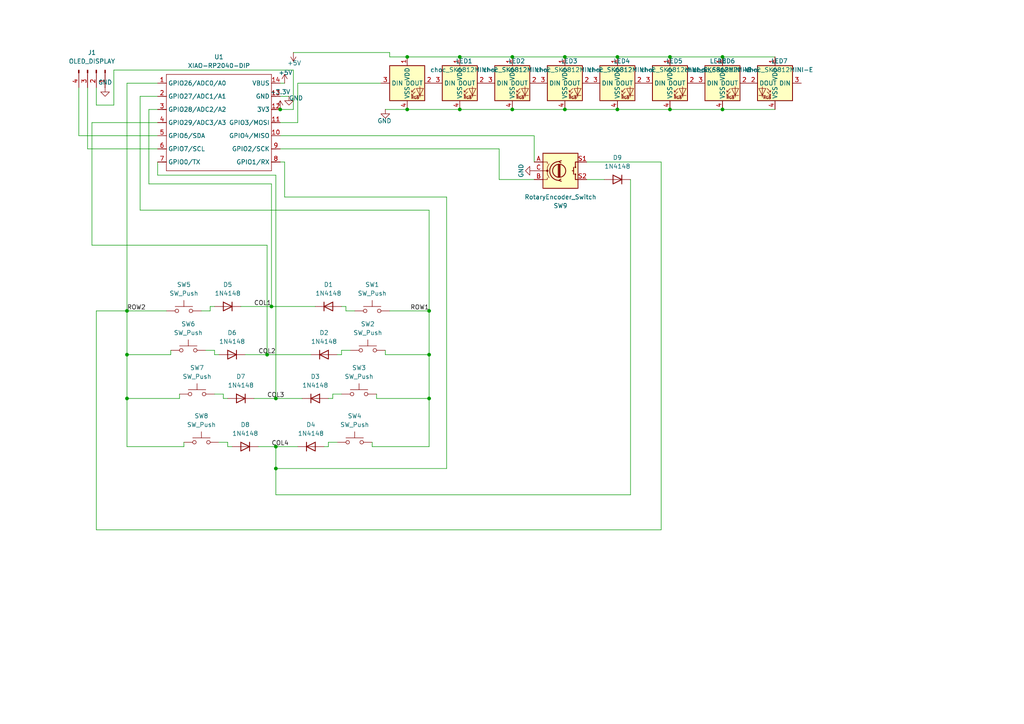
<source format=kicad_sch>
(kicad_sch (version 20250114) (generator "eeschema") (generator_version "9.0")
  (paper "A4")
  (lib_symbols
    (symbol "Connector:Conn_01x04_Pin" (pin_names (offset 1.016) (hide yes))
      (property "Reference" "J" (at 0 5.08 0))
      (property "Value" "Conn_01x04_Pin" (at 0 -7.62 0))
      (symbol "Conn_01x04_Pin_1_1"
        (rectangle (start 0.8636 2.667) (end 0 2.413) (stroke (width 0.1524)) (fill (type outline)))
        (rectangle (start 0.8636 0.127) (end 0 -0.127) (stroke (width 0.1524)) (fill (type outline)))
        (rectangle (start 0.8636 -2.413) (end 0 -2.667) (stroke (width 0.1524)) (fill (type outline)))
        (rectangle (start 0.8636 -4.953) (end 0 -5.207) (stroke (width 0.1524)) (fill (type outline)))
        (polyline (pts (xy 1.27 2.54) (xy 0.8636 2.54)) (stroke (width 0.1524)))
        (polyline (pts (xy 1.27 0) (xy 0.8636 0)) (stroke (width 0.1524)))
        (polyline (pts (xy 1.27 -2.54) (xy 0.8636 -2.54)) (stroke (width 0.1524)))
        (polyline (pts (xy 1.27 -5.08) (xy 0.8636 -5.08)) (stroke (width 0.1524)))
        (pin passive line (at 5.08 2.54 180) (length 3.81) (name "Pin_1") (number "1"))
        (pin passive line (at 5.08 0 180) (length 3.81) (name "Pin_2") (number "2"))
        (pin passive line (at 5.08 -2.54 180) (length 3.81) (name "Pin_3") (number "3"))
        (pin passive line (at 5.08 -5.08 180) (length 3.81) (name "Pin_4") (number "4"))
      )
    )
    (symbol "Device:RotaryEncoder_Switch" (pin_names (offset 0.254) (hide yes))
      (property "Reference" "SW" (at 0 6.604 0))
      (property "Value" "RotaryEncoder_Switch" (at 0 -6.604 0))
      (symbol "RotaryEncoder_Switch_0_1"
        (rectangle (start -5.08 5.08) (end 5.08 -5.08) (stroke (width 0.254)) (fill (type background)))
        (polyline (pts (xy -5.08 2.54) (xy -3.81 2.54) (xy -3.81 2.032)))
        (polyline (pts (xy -5.08 0) (xy -3.81 0) (xy -3.81 -1.016) (xy -3.302 -2.032)))
        (polyline (pts (xy -5.08 -2.54) (xy -3.81 -2.54) (xy -3.81 -2.032)))
        (polyline (pts (xy -4.318 0) (xy -3.81 0) (xy -3.81 1.016) (xy -3.302 2.032)))
        (circle (center -3.81 0) (radius 0.254) (fill (type outline)))
        (polyline (pts (xy -0.635 -1.778) (xy -0.635 1.778)) (stroke (width 0.254)))
        (circle (center -0.381 0) (radius 1.905) (stroke (width 0.254)))
        (polyline (pts (xy -0.381 -1.778) (xy -0.381 1.778)) (stroke (width 0.254)))
        (arc (start -0.381 -2.794) (mid -3.0988 -0.0635) (end -0.381 2.667) (stroke (width 0.254)))
        (polyline (pts (xy -0.127 1.778) (xy -0.127 -1.778)) (stroke (width 0.254)))
        (polyline (pts (xy 0.254 2.921) (xy -0.508 2.667) (xy 0.127 2.286)) (stroke (width 0.254)))
        (polyline (pts (xy 0.254 -3.048) (xy -0.508 -2.794) (xy 0.127 -2.413)) (stroke (width 0.254)))
        (polyline (pts (xy 3.81 1.016) (xy 3.81 -1.016)) (stroke (width 0.254)))
        (polyline (pts (xy 3.81 0) (xy 3.429 0)) (stroke (width 0.254)))
        (circle (center 4.318 1.016) (radius 0.127) (stroke (width 0.254)))
        (circle (center 4.318 -1.016) (radius 0.127) (stroke (width 0.254)))
        (polyline (pts (xy 5.08 2.54) (xy 4.318 2.54) (xy 4.318 1.016)) (stroke (width 0.254)))
        (polyline (pts (xy 5.08 -2.54) (xy 4.318 -2.54) (xy 4.318 -1.016)) (stroke (width 0.254)))
      )
      (symbol "RotaryEncoder_Switch_1_1"
        (pin passive line (at -7.62 2.54 0) (length 2.54) (name "A") (number "A"))
        (pin passive line (at -7.62 0 0) (length 2.54) (name "C") (number "C"))
        (pin passive line (at -7.62 -2.54 0) (length 2.54) (name "B") (number "B"))
        (pin passive line (at 7.62 2.54 180) (length 2.54) (name "S1") (number "S1"))
        (pin passive line (at 7.62 -2.54 180) (length 2.54) (name "S2") (number "S2"))
      )
    )
    (symbol "Diode:1N4148" (pin_numbers (hide yes)) (pin_names (hide yes))
      (property "Reference" "D" (at 0 2.54 0))
      (property "Value" "1N4148" (at 0 -2.54 0))
      (symbol "1N4148_0_1"
        (polyline (pts (xy -1.27 1.27) (xy -1.27 -1.27)) (stroke (width 0.254)))
        (polyline (pts (xy 1.27 1.27) (xy 1.27 -1.27) (xy -1.27 0) (xy 1.27 1.27)) (stroke (width 0.254)))
        (polyline (pts (xy 1.27 0) (xy -1.27 0)))
      )
      (symbol "1N4148_1_1"
        (pin passive line (at -3.81 0 0) (length 2.54) (name "K") (number "1"))
        (pin passive line (at 3.81 0 180) (length 2.54) (name "A") (number "2"))
      )
    )
    (symbol "OPL:XIAO-RP2040-DIP"
      (property "Reference" "U" (at 0 0 0))
      (property "Value" "XIAO-RP2040-DIP" (at 5.334 -1.778 0))
      (symbol "XIAO-RP2040-DIP_1_0"
        (polyline (pts (xy -1.27 -2.54) (xy 29.21 -2.54)) (stroke (width 0.1524)))
        (polyline (pts (xy -1.27 -5.08) (xy -2.54 -5.08)) (stroke (width 0.1524)))
        (polyline (pts (xy -1.27 -5.08) (xy -1.27 -2.54)) (stroke (width 0.1524)))
        (polyline (pts (xy -1.27 -8.89) (xy -2.54 -8.89)) (stroke (width 0.1524)))
        (polyline (pts (xy -1.27 -8.89) (xy -1.27 -5.08)) (stroke (width 0.1524)))
        (polyline (pts (xy -1.27 -12.7) (xy -2.54 -12.7)) (stroke (width 0.1524)))
        (polyline (pts (xy -1.27 -12.7) (xy -1.27 -8.89)) (stroke (width 0.1524)))
        (polyline (pts (xy -1.27 -16.51) (xy -2.54 -16.51)) (stroke (width 0.1524)))
        (polyline (pts (xy -1.27 -16.51) (xy -1.27 -12.7)) (stroke (width 0.1524)))
        (polyline (pts (xy -1.27 -20.32) (xy -2.54 -20.32)) (stroke (width 0.1524)))
        (polyline (pts (xy -1.27 -24.13) (xy -2.54 -24.13)) (stroke (width 0.1524)))
        (polyline (pts (xy -1.27 -27.94) (xy -2.54 -27.94)) (stroke (width 0.1524)))
        (polyline (pts (xy -1.27 -30.48) (xy -1.27 -16.51)) (stroke (width 0.1524)))
        (polyline (pts (xy 29.21 -2.54) (xy 29.21 -5.08)) (stroke (width 0.1524)))
        (polyline (pts (xy 29.21 -5.08) (xy 29.21 -8.89)) (stroke (width 0.1524)))
        (polyline (pts (xy 29.21 -8.89) (xy 29.21 -12.7)) (stroke (width 0.1524)))
        (polyline (pts (xy 29.21 -12.7) (xy 29.21 -30.48)) (stroke (width 0.1524)))
        (polyline (pts (xy 29.21 -30.48) (xy -1.27 -30.48)) (stroke (width 0.1524)))
        (polyline (pts (xy 30.48 -5.08) (xy 29.21 -5.08)) (stroke (width 0.1524)))
        (polyline (pts (xy 30.48 -8.89) (xy 29.21 -8.89)) (stroke (width 0.1524)))
        (polyline (pts (xy 30.48 -12.7) (xy 29.21 -12.7)) (stroke (width 0.1524)))
        (polyline (pts (xy 30.48 -16.51) (xy 29.21 -16.51)) (stroke (width 0.1524)))
        (polyline (pts (xy 30.48 -20.32) (xy 29.21 -20.32)) (stroke (width 0.1524)))
        (polyline (pts (xy 30.48 -24.13) (xy 29.21 -24.13)) (stroke (width 0.1524)))
        (polyline (pts (xy 30.48 -27.94) (xy 29.21 -27.94)) (stroke (width 0.1524)))
        (pin passive line (at -3.81 -5.08 0) (length 2.54) (name "GPIO26/ADC0/A0") (number "1"))
        (pin passive line (at -3.81 -8.89 0) (length 2.54) (name "GPIO27/ADC1/A1") (number "2"))
        (pin passive line (at -3.81 -12.7 0) (length 2.54) (name "GPIO28/ADC2/A2") (number "3"))
        (pin passive line (at -3.81 -16.51 0) (length 2.54) (name "GPIO29/ADC3/A3") (number "4"))
        (pin passive line (at -3.81 -20.32 0) (length 2.54) (name "GPIO6/SDA") (number "5"))
        (pin passive line (at -3.81 -24.13 0) (length 2.54) (name "GPIO7/SCL") (number "6"))
        (pin passive line (at -3.81 -27.94 0) (length 2.54) (name "GPIO0/TX") (number "7"))
        (pin passive line (at 31.75 -5.08 180) (length 2.54) (name "VBUS") (number "14"))
        (pin passive line (at 31.75 -8.89 180) (length 2.54) (name "GND") (number "13"))
        (pin passive line (at 31.75 -12.7 180) (length 2.54) (name "3V3") (number "12"))
        (pin passive line (at 31.75 -16.51 180) (length 2.54) (name "GPIO3/MOSI") (number "11"))
        (pin passive line (at 31.75 -20.32 180) (length 2.54) (name "GPIO4/MISO") (number "10"))
        (pin passive line (at 31.75 -24.13 180) (length 2.54) (name "GPIO2/SCK") (number "9"))
        (pin passive line (at 31.75 -27.94 180) (length 2.54) (name "GPIO1/RX") (number "8"))
      )
    )
    (symbol "PCM_marbastlib-choc:choc_SK6812MINI-E"
      (property "Reference" "LED" (at 2.54 6.35 0))
      (property "Value" "choc_SK6812MINI-E" (at 10.795 -6.35 0))
      (symbol "choc_SK6812MINI-E_0_0"
        (text "RGB" (at 2.286 -4.191 0) (effects (font (size 0.762 0.762))))
      )
      (symbol "choc_SK6812MINI-E_0_1"
        (rectangle (start -5.08 5.08) (end 5.08 -5.08) (stroke (width 0.254)) (fill (type background)))
        (polyline (pts (xy 1.27 -2.54) (xy 1.778 -2.54)))
        (polyline (pts (xy 1.27 -3.556) (xy 1.778 -3.556)))
        (polyline (pts (xy 2.286 -1.524) (xy 1.27 -2.54) (xy 1.27 -2.032)))
        (polyline (pts (xy 2.286 -2.54) (xy 1.27 -3.556) (xy 1.27 -3.048)))
        (polyline (pts (xy 3.683 -1.016) (xy 3.683 -3.556) (xy 3.683 -4.064)))
        (polyline (pts (xy 4.699 -1.524) (xy 2.667 -1.524) (xy 3.683 -3.556) (xy 4.699 -1.524)))
        (polyline (pts (xy 4.699 -3.556) (xy 2.667 -3.556)))
      )
      (symbol "choc_SK6812MINI-E_1_1"
        (pin input line (at -7.62 0 0) (length 2.54) (name "DIN") (number "3"))
        (pin power_in line (at 0 7.62 270) (length 2.54) (name "VDD") (number "1"))
        (pin power_in line (at 0 -7.62 90) (length 2.54) (name "VSS") (number "4"))
        (pin output line (at 7.62 0 180) (length 2.54) (name "DOUT") (number "2"))
      )
    )
    (symbol "Switch:SW_Push" (pin_numbers (hide yes)) (pin_names (offset 1.016) (hide yes))
      (property "Reference" "SW" (at 1.27 2.54 0))
      (property "Value" "SW_Push" (at 0 -1.524 0))
      (symbol "SW_Push_0_1"
        (circle (center -2.032 0) (radius 0.508))
        (polyline (pts (xy 0 1.27) (xy 0 3.048)))
        (circle (center 2.032 0) (radius 0.508))
        (polyline (pts (xy 2.54 1.27) (xy -2.54 1.27)))
        (pin passive line (at -5.08 0 0) (length 2.54) (name "1") (number "1"))
        (pin passive line (at 5.08 0 180) (length 2.54) (name "2") (number "2"))
      )
    )
    (symbol "power:+3.3V" (power) (pin_numbers (hide yes)) (pin_names (offset 0) (hide yes))
      (property "Value" "+3.3V" (at 0 3.556 0))
      (symbol "+3.3V_0_1"
        (polyline (pts (xy -0.762 1.27) (xy 0 2.54)))
        (polyline (pts (xy 0 2.54) (xy 0.762 1.27)))
        (polyline (pts (xy 0 0) (xy 0 2.54)))
      )
      (symbol "+3.3V_1_1"
        (pin power_in line (at 0 0 90) (length 0) (name "~") (number "1"))
      )
    )
    (symbol "power:+5V" (power) (pin_numbers (hide yes)) (pin_names (offset 0) (hide yes))
      (property "Value" "+5V" (at 0 3.556 0))
      (symbol "+5V_0_1"
        (polyline (pts (xy -0.762 1.27) (xy 0 2.54)))
        (polyline (pts (xy 0 2.54) (xy 0.762 1.27)))
        (polyline (pts (xy 0 0) (xy 0 2.54)))
      )
      (symbol "+5V_1_1"
        (pin power_in line (at 0 0 90) (length 0) (name "~") (number "1"))
      )
    )
    (symbol "power:GND" (power) (pin_numbers (hide yes)) (pin_names (offset 0) (hide yes))
      (property "Value" "GND" (at 0 -3.81 0))
      (symbol "GND_0_1"
        (polyline (pts (xy 0 0) (xy 0 -1.27) (xy 1.27 -1.27) (xy 0 -2.54) (xy -1.27 -1.27) (xy 0 -1.27)))
      )
      (symbol "GND_1_1"
        (pin power_in line (at 0 0 270) (length 0) (name "~") (number "1"))
      )
    )
  )
  (junction (at 179.07 16.51))
  (junction (at 194.31 16.51))
  (junction (at 124.46 90.17))
  (junction (at 81.28 31.75))
  (junction (at 209.55 31.75))
  (junction (at 163.83 16.51))
  (junction (at 194.31 31.75))
  (junction (at 163.83 31.75))
  (junction (at 179.07 31.75))
  (junction (at 80.01 115.57))
  (junction (at 36.83 102.87))
  (junction (at 80.01 135.89))
  (junction (at 133.35 16.51))
  (junction (at 148.59 16.51))
  (junction (at 36.83 90.17))
  (junction (at 124.46 102.87))
  (junction (at 133.35 31.75))
  (junction (at 124.46 115.57))
  (junction (at 78.74 88.9))
  (junction (at 77.47 102.87))
  (junction (at 148.59 31.75))
  (junction (at 36.83 115.57))
  (junction (at 209.55 16.51))
  (junction (at 118.11 16.51))
  (junction (at 80.01 129.54))
  (junction (at 118.11 31.75))
  (wire (pts (xy 43.18 31.75) (xy 45.72 31.75)))
  (wire (pts (xy 80.01 135.89) (xy 80.01 143.51)))
  (wire (pts (xy 81.28 35.56) (xy 86.36 35.56)))
  (wire (pts (xy 62.23 102.87) (xy 63.5 102.87)))
  (wire (pts (xy 209.55 31.75) (xy 224.79 31.75)))
  (wire (pts (xy 27.94 153.67) (xy 191.77 153.67)))
  (wire (pts (xy 95.25 129.54) (xy 93.98 129.54)))
  (wire (pts (xy 99.06 101.6) (xy 99.06 102.87)))
  (wire (pts (xy 82.55 24.13) (xy 81.28 24.13)))
  (wire (pts (xy 107.95 129.54) (xy 107.95 128.27)))
  (wire (pts (xy 36.83 90.17) (xy 48.26 90.17)))
  (wire (pts (xy 33.02 30.48) (xy 33.02 20.32)))
  (wire (pts (xy 52.07 115.57) (xy 52.07 114.3)))
  (wire (pts (xy 73.66 115.57) (xy 80.01 115.57)))
  (wire (pts (xy 85.09 20.32) (xy 85.09 31.75)))
  (wire (pts (xy 25.4 43.18) (xy 45.72 43.18)))
  (wire (pts (xy 209.55 16.51) (xy 224.79 16.51)))
  (wire (pts (xy 124.46 115.57) (xy 124.46 102.87)))
  (wire (pts (xy 36.83 129.54) (xy 53.34 129.54)))
  (wire (pts (xy 101.6 101.6) (xy 99.06 101.6)))
  (wire (pts (xy 62.23 101.6) (xy 62.23 102.87)))
  (wire (pts (xy 191.77 153.67) (xy 191.77 46.99)))
  (wire (pts (xy 40.64 27.94) (xy 45.72 27.94)))
  (wire (pts (xy 124.46 129.54) (xy 107.95 129.54)))
  (wire (pts (xy 43.18 53.34) (xy 43.18 31.75)))
  (wire (pts (xy 80.01 115.57) (xy 87.63 115.57)))
  (wire (pts (xy 102.87 90.17) (xy 100.33 90.17)))
  (wire (pts (xy 182.88 143.51) (xy 80.01 143.51)))
  (wire (pts (xy 96.52 115.57) (xy 95.25 115.57)))
  (wire (pts (xy 97.79 128.27) (xy 95.25 128.27)))
  (wire (pts (xy 82.55 46.99) (xy 81.28 46.99)))
  (wire (pts (xy 27.94 30.48) (xy 33.02 30.48)))
  (wire (pts (xy 78.74 88.9) (xy 91.44 88.9)))
  (wire (pts (xy 113.03 16.51) (xy 118.11 16.51)))
  (wire (pts (xy 62.23 114.3) (xy 64.77 114.3)))
  (wire (pts (xy 66.04 129.54) (xy 67.31 129.54)))
  (wire (pts (xy 80.01 50.8) (xy 45.72 50.8)))
  (wire (pts (xy 26.67 35.56) (xy 26.67 71.12)))
  (wire (pts (xy 64.77 114.3) (xy 64.77 115.57)))
  (wire (pts (xy 25.4 43.18) (xy 25.4 25.4)))
  (wire (pts (xy 80.01 50.8) (xy 80.01 115.57)))
  (wire (pts (xy 194.31 16.51) (xy 209.55 16.51)))
  (wire (pts (xy 78.74 88.9) (xy 78.74 53.34)))
  (wire (pts (xy 124.46 60.96) (xy 40.64 60.96)))
  (wire (pts (xy 78.74 53.34) (xy 43.18 53.34)))
  (wire (pts (xy 49.53 102.87) (xy 49.53 101.6)))
  (wire (pts (xy 129.54 135.89) (xy 129.54 57.15)))
  (wire (pts (xy 124.46 102.87) (xy 111.76 102.87)))
  (wire (pts (xy 182.88 52.07) (xy 182.88 143.51)))
  (wire (pts (xy 82.55 46.99) (xy 82.55 57.15)))
  (wire (pts (xy 113.03 16.51) (xy 113.03 15.24)))
  (wire (pts (xy 36.83 102.87) (xy 36.83 90.17)))
  (wire (pts (xy 22.86 25.4) (xy 22.86 39.37)))
  (wire (pts (xy 96.52 114.3) (xy 96.52 115.57)))
  (wire (pts (xy 36.83 90.17) (xy 36.83 24.13)))
  (wire (pts (xy 77.47 102.87) (xy 90.17 102.87)))
  (wire (pts (xy 111.76 31.75) (xy 118.11 31.75)))
  (wire (pts (xy 86.36 24.13) (xy 110.49 24.13)))
  (wire (pts (xy 163.83 31.75) (xy 179.07 31.75)))
  (wire (pts (xy 26.67 35.56) (xy 45.72 35.56)))
  (wire (pts (xy 124.46 90.17) (xy 124.46 60.96)))
  (wire (pts (xy 80.01 129.54) (xy 86.36 129.54)))
  (wire (pts (xy 124.46 90.17) (xy 113.03 90.17)))
  (wire (pts (xy 36.83 129.54) (xy 36.83 115.57)))
  (wire (pts (xy 22.86 39.37) (xy 45.72 39.37)))
  (wire (pts (xy 118.11 16.51) (xy 133.35 16.51)))
  (wire (pts (xy 36.83 115.57) (xy 36.83 102.87)))
  (wire (pts (xy 99.06 102.87) (xy 97.79 102.87)))
  (wire (pts (xy 133.35 16.51) (xy 148.59 16.51)))
  (wire (pts (xy 81.28 27.94) (xy 83.82 27.94)))
  (wire (pts (xy 74.93 129.54) (xy 80.01 129.54)))
  (wire (pts (xy 81.28 43.18) (xy 144.78 43.18)))
  (wire (pts (xy 163.83 16.51) (xy 179.07 16.51)))
  (wire (pts (xy 124.46 115.57) (xy 109.22 115.57)))
  (wire (pts (xy 80.01 135.89) (xy 129.54 135.89)))
  (wire (pts (xy 81.28 31.75) (xy 85.09 31.75)))
  (wire (pts (xy 95.25 128.27) (xy 95.25 129.54)))
  (wire (pts (xy 111.76 102.87) (xy 111.76 101.6)))
  (wire (pts (xy 179.07 16.51) (xy 194.31 16.51)))
  (wire (pts (xy 100.33 88.9) (xy 100.33 90.17)))
  (wire (pts (xy 69.85 88.9) (xy 78.74 88.9)))
  (wire (pts (xy 59.69 101.6) (xy 62.23 101.6)))
  (wire (pts (xy 58.42 90.17) (xy 60.96 90.17)))
  (wire (pts (xy 194.31 31.75) (xy 209.55 31.75)))
  (wire (pts (xy 36.83 24.13) (xy 45.72 24.13)))
  (wire (pts (xy 66.04 128.27) (xy 66.04 129.54)))
  (wire (pts (xy 124.46 129.54) (xy 124.46 115.57)))
  (wire (pts (xy 86.36 35.56) (xy 86.36 24.13)))
  (wire (pts (xy 77.47 71.12) (xy 77.47 102.87)))
  (wire (pts (xy 40.64 60.96) (xy 40.64 27.94)))
  (wire (pts (xy 26.67 71.12) (xy 77.47 71.12)))
  (wire (pts (xy 179.07 31.75) (xy 194.31 31.75)))
  (wire (pts (xy 53.34 129.54) (xy 53.34 128.27)))
  (wire (pts (xy 33.02 20.32) (xy 85.09 20.32)))
  (wire (pts (xy 27.94 25.4) (xy 27.94 30.48)))
  (wire (pts (xy 113.03 15.24) (xy 85.09 15.24)))
  (wire (pts (xy 64.77 115.57) (xy 66.04 115.57)))
  (wire (pts (xy 80.01 129.54) (xy 80.01 135.89)))
  (wire (pts (xy 63.5 128.27) (xy 66.04 128.27)))
  (wire (pts (xy 36.83 90.17) (xy 27.94 90.17)))
  (wire (pts (xy 154.94 39.37) (xy 154.94 46.99)))
  (wire (pts (xy 99.06 114.3) (xy 96.52 114.3)))
  (wire (pts (xy 82.55 57.15) (xy 129.54 57.15)))
  (wire (pts (xy 45.72 50.8) (xy 45.72 46.99)))
  (wire (pts (xy 71.12 102.87) (xy 77.47 102.87)))
  (wire (pts (xy 170.18 52.07) (xy 175.26 52.07)))
  (wire (pts (xy 148.59 16.51) (xy 163.83 16.51)))
  (wire (pts (xy 109.22 115.57) (xy 109.22 114.3)))
  (wire (pts (xy 144.78 43.18) (xy 144.78 52.07)))
  (wire (pts (xy 36.83 102.87) (xy 49.53 102.87)))
  (wire (pts (xy 118.11 31.75) (xy 133.35 31.75)))
  (wire (pts (xy 60.96 88.9) (xy 60.96 90.17)))
  (wire (pts (xy 36.83 115.57) (xy 52.07 115.57)))
  (wire (pts (xy 144.78 52.07) (xy 154.94 52.07)))
  (wire (pts (xy 100.33 88.9) (xy 99.06 88.9)))
  (wire (pts (xy 60.96 88.9) (xy 62.23 88.9)))
  (wire (pts (xy 133.35 31.75) (xy 148.59 31.75)))
  (wire (pts (xy 191.77 46.99) (xy 170.18 46.99)))
  (wire (pts (xy 124.46 102.87) (xy 124.46 90.17)))
  (wire (pts (xy 27.94 90.17) (xy 27.94 153.67)))
  (wire (pts (xy 81.28 39.37) (xy 154.94 39.37)))
  (wire (pts (xy 148.59 31.75) (xy 163.83 31.75)))
  (label "COL2" (at 74.93 102.87 0))
  (label "COL3" (at 77.47 115.57 0))
  (label "COL1" (at 73.66 88.9 0))
  (label "COL4" (at 78.74 129.54 0))
  (label "ROW2" (at 36.83 90.17 0))
  (label "ROW1" (at 124.46 90.17 180))
  (symbol (lib_id "Diode:1N4148") (at 90.17 129.54 0) (unit 1)
    (property "Reference" "D4" (at 90.17 123.19 0))
    (property "Value" "1N4148" (at 90.17 125.73 0))
    (property "Footprint" "Diode_THT:D_DO-35_SOD27_P7.62mm_Horizontal" (effects (hide yes)))
    (property "Datasheet" "https://assets.nexperia.com/documents/data-sheet/1N4148_1N4448.pdf" (effects (hide yes)))
    (property "Description" "100V 0.15A standard switching diode, DO-35" (effects (hide yes)))
    (property "Sim.Device" "D" (effects (hide yes)))
    (property "Sim.Pins" "1=K 2=A" (effects (hide yes)))
  )
  (symbol (lib_id "Diode:1N4148") (at 71.12 129.54 0) (mirror y) (unit 1)
    (property "Reference" "D8" (at 71.12 123.19 0))
    (property "Value" "1N4148" (at 71.12 125.73 0))
    (property "Footprint" "Diode_THT:D_DO-35_SOD27_P7.62mm_Horizontal" (effects (hide yes)))
    (property "Datasheet" "https://assets.nexperia.com/documents/data-sheet/1N4148_1N4448.pdf" (effects (hide yes)))
    (property "Description" "100V 0.15A standard switching diode, DO-35" (effects (hide yes)))
    (property "Sim.Device" "D" (effects (hide yes)))
    (property "Sim.Pins" "1=K 2=A" (effects (hide yes)))
  )
  (symbol (lib_id "power:GND") (at 111.76 31.75 0) (unit 1)
    (property "Reference" "#PWR05" (effects (hide yes)))
    (property "Value" "GND" (at 111.506 35.052 0))
    (property "Description" "Power symbol creates a global label with name \"GND\" , ground" (effects (hide yes)))
  )
  (symbol (lib_id "power:GND") (at 154.94 49.53 270) (mirror x) (unit 1)
    (property "Reference" "#PWR03" (effects (hide yes)))
    (property "Value" "GND" (at 151.13 49.53 0))
    (property "Description" "Power symbol creates a global label with name \"GND\" , ground" (effects (hide yes)))
  )
  (symbol (lib_id "PCM_marbastlib-choc:choc_SK6812MINI-E") (at 194.31 24.13 0) (unit 1)
    (property "Reference" "LED6" (at 210.82 17.7098 0))
    (property "Value" "choc_SK6812MINI-E" (at 210.82 20.2498 0))
    (property "Footprint" "LED_SMD:LED_SK6812MINI_PLCC4_3.5x3.5mm_P1.75mm" (effects (hide yes)))
    (property "Description" "Reverse mount adressable LED (WS2812 protocol)" (effects (hide yes)))
  )
  (symbol (lib_id "power:GND") (at 83.82 27.94 0) (unit 1)
    (property "Reference" "#PWR01" (effects (hide yes)))
    (property "Value" "GND" (at 85.852 28.448 0))
    (property "Description" "Power symbol creates a global label with name \"GND\" , ground" (effects (hide yes)))
  )
  (symbol (lib_id "power:+3.3V") (at 81.28 31.75 0) (unit 1)
    (property "Reference" "#PWR07" (effects (hide yes)))
    (property "Value" "+3.3V" (at 81.28 26.67 0))
    (property "Description" "Power symbol creates a global label with name \"+3.3V\"" (effects (hide yes)))
  )
  (symbol (lib_id "Switch:SW_Push") (at 102.87 128.27 0) (mirror y) (unit 1)
    (property "Reference" "SW4" (at 102.87 120.65 0))
    (property "Value" "SW_Push" (at 102.87 123.19 0))
    (property "Footprint" "Button_Switch_Keyboard:SW_Cherry_MX_1.00u_PCB" (effects (hide yes)))
    (property "Description" "Push button switch, generic, two pins" (effects (hide yes)))
  )
  (symbol (lib_id "PCM_marbastlib-choc:choc_SK6812MINI-E") (at 163.83 24.13 0) (unit 1)
    (property "Reference" "LED4" (at 180.34 17.7098 0))
    (property "Value" "choc_SK6812MINI-E" (at 180.34 20.2498 0))
    (property "Footprint" "LED_SMD:LED_SK6812MINI_PLCC4_3.5x3.5mm_P1.75mm" (effects (hide yes)))
    (property "Description" "Reverse mount adressable LED (WS2812 protocol)" (effects (hide yes)))
  )
  (symbol (lib_id "Diode:1N4148") (at 95.25 88.9 0) (unit 1)
    (property "Reference" "D1" (at 95.25 82.55 0))
    (property "Value" "1N4148" (at 95.25 85.09 0))
    (property "Footprint" "Diode_THT:D_DO-35_SOD27_P7.62mm_Horizontal" (effects (hide yes)))
    (property "Datasheet" "https://assets.nexperia.com/documents/data-sheet/1N4148_1N4448.pdf" (effects (hide yes)))
    (property "Description" "100V 0.15A standard switching diode, DO-35" (effects (hide yes)))
    (property "Sim.Device" "D" (effects (hide yes)))
    (property "Sim.Pins" "1=K 2=A" (effects (hide yes)))
  )
  (symbol (lib_id "Switch:SW_Push") (at 58.42 128.27 0) (unit 1)
    (property "Reference" "SW8" (at 58.42 120.65 0))
    (property "Value" "SW_Push" (at 58.42 123.19 0))
    (property "Footprint" "Button_Switch_Keyboard:SW_Cherry_MX_1.00u_PCB" (effects (hide yes)))
    (property "Description" "Push button switch, generic, two pins" (effects (hide yes)))
  )
  (symbol (lib_id "Diode:1N4148") (at 66.04 88.9 0) (mirror y) (unit 1)
    (property "Reference" "D5" (at 66.04 82.55 0))
    (property "Value" "1N4148" (at 66.04 85.09 0))
    (property "Footprint" "Diode_THT:D_DO-35_SOD27_P7.62mm_Horizontal" (effects (hide yes)))
    (property "Datasheet" "https://assets.nexperia.com/documents/data-sheet/1N4148_1N4448.pdf" (effects (hide yes)))
    (property "Description" "100V 0.15A standard switching diode, DO-35" (effects (hide yes)))
    (property "Sim.Device" "D" (effects (hide yes)))
    (property "Sim.Pins" "1=K 2=A" (effects (hide yes)))
  )
  (symbol (lib_id "Diode:1N4148") (at 69.85 115.57 0) (mirror y) (unit 1)
    (property "Reference" "D7" (at 69.85 109.22 0))
    (property "Value" "1N4148" (at 69.85 111.76 0))
    (property "Footprint" "Diode_THT:D_DO-35_SOD27_P7.62mm_Horizontal" (effects (hide yes)))
    (property "Datasheet" "https://assets.nexperia.com/documents/data-sheet/1N4148_1N4448.pdf" (effects (hide yes)))
    (property "Description" "100V 0.15A standard switching diode, DO-35" (effects (hide yes)))
    (property "Sim.Device" "D" (effects (hide yes)))
    (property "Sim.Pins" "1=K 2=A" (effects (hide yes)))
  )
  (symbol (lib_id "power:+5V") (at 82.55 24.13 0) (unit 1)
    (property "Reference" "#PWR02" (effects (hide yes)))
    (property "Value" "+5V" (at 82.804 21.082 0))
    (property "Description" "Power symbol creates a global label with name \"+5V\"" (effects (hide yes)))
  )
  (symbol (lib_id "Switch:SW_Push") (at 53.34 90.17 0) (unit 1)
    (property "Reference" "SW5" (at 53.34 82.55 0))
    (property "Value" "SW_Push" (at 53.34 85.09 0))
    (property "Footprint" "Button_Switch_Keyboard:SW_Cherry_MX_1.00u_PCB" (effects (hide yes)))
    (property "Description" "Push button switch, generic, two pins" (effects (hide yes)))
  )
  (symbol (lib_id "Connector:Conn_01x04_Pin") (at 27.94 20.32 270) (unit 1)
    (property "Reference" "J1" (at 26.67 15.24 90))
    (property "Value" "OLED_DISPLAY" (at 26.67 17.78 90))
    (property "Footprint" "Connector_PinHeader_2.54mm:PinHeader_1x04_P2.54mm_Vertical" (effects (hide yes)))
    (property "Description" "Generic connector, single row, 01x04, script generated" (effects (hide yes)))
  )
  (symbol (lib_id "PCM_marbastlib-choc:choc_SK6812MINI-E") (at 118.11 24.13 0) (unit 1)
    (property "Reference" "LED1" (at 134.62 17.7098 0))
    (property "Value" "choc_SK6812MINI-E" (at 134.62 20.2498 0))
    (property "Footprint" "LED_SMD:LED_SK6812MINI_PLCC4_3.5x3.5mm_P1.75mm" (effects (hide yes)))
    (property "Description" "Reverse mount adressable LED (WS2812 protocol)" (effects (hide yes)))
  )
  (symbol (lib_id "Diode:1N4148") (at 67.31 102.87 0) (mirror y) (unit 1)
    (property "Reference" "D6" (at 67.31 96.52 0))
    (property "Value" "1N4148" (at 67.31 99.06 0))
    (property "Footprint" "Diode_THT:D_DO-35_SOD27_P7.62mm_Horizontal" (effects (hide yes)))
    (property "Datasheet" "https://assets.nexperia.com/documents/data-sheet/1N4148_1N4448.pdf" (effects (hide yes)))
    (property "Description" "100V 0.15A standard switching diode, DO-35" (effects (hide yes)))
    (property "Sim.Device" "D" (effects (hide yes)))
    (property "Sim.Pins" "1=K 2=A" (effects (hide yes)))
  )
  (symbol (lib_id "Diode:1N4148") (at 179.07 52.07 0) (mirror y) (unit 1)
    (property "Reference" "D9" (at 179.07 45.72 0))
    (property "Value" "1N4148" (at 179.07 48.26 0))
    (property "Footprint" "Diode_THT:D_DO-35_SOD27_P7.62mm_Horizontal" (effects (hide yes)))
    (property "Datasheet" "https://assets.nexperia.com/documents/data-sheet/1N4148_1N4448.pdf" (effects (hide yes)))
    (property "Description" "100V 0.15A standard switching diode, DO-35" (effects (hide yes)))
    (property "Sim.Device" "D" (effects (hide yes)))
    (property "Sim.Pins" "1=K 2=A" (effects (hide yes)))
  )
  (symbol (lib_id "PCM_marbastlib-choc:choc_SK6812MINI-E") (at 179.07 24.13 0) (unit 1)
    (property "Reference" "LED5" (at 195.58 17.7098 0))
    (property "Value" "choc_SK6812MINI-E" (at 195.58 20.2498 0))
    (property "Footprint" "LED_SMD:LED_SK6812MINI_PLCC4_3.5x3.5mm_P1.75mm" (effects (hide yes)))
    (property "Description" "Reverse mount adressable LED (WS2812 protocol)" (effects (hide yes)))
  )
  (symbol (lib_id "Device:RotaryEncoder_Switch") (at 162.56 49.53 0) (unit 1)
    (property "Reference" "SW9" (at 162.56 59.69 0))
    (property "Value" "RotaryEncoder_Switch" (at 162.56 57.15 0))
    (property "Footprint" "Rotary_Encoder:RotaryEncoder_Alps_EC11E-Switch_Vertical_H20mm" (effects (hide yes)))
    (property "Description" "Rotary encoder, dual channel, incremental quadrate outputs, with switch" (effects (hide yes)))
  )
  (symbol (lib_id "Switch:SW_Push") (at 57.15 114.3 0) (unit 1)
    (property "Reference" "SW7" (at 57.15 106.68 0))
    (property "Value" "SW_Push" (at 57.15 109.22 0))
    (property "Footprint" "Button_Switch_Keyboard:SW_Cherry_MX_1.00u_PCB" (effects (hide yes)))
    (property "Description" "Push button switch, generic, two pins" (effects (hide yes)))
  )
  (symbol (lib_id "PCM_marbastlib-choc:choc_SK6812MINI-E") (at 224.79 24.13 0) (mirror y) (unit 1)
    (property "Reference" "LED8" (at 208.28 17.7098 0))
    (property "Value" "choc_SK6812MINI-E" (at 208.28 20.2498 0))
    (property "Footprint" "LED_SMD:LED_SK6812MINI_PLCC4_3.5x3.5mm_P1.75mm" (effects (hide yes)))
    (property "Description" "Reverse mount adressable LED (WS2812 protocol)" (effects (hide yes)))
  )
  (symbol (lib_id "PCM_marbastlib-choc:choc_SK6812MINI-E") (at 209.55 24.13 0) (unit 1)
    (property "Reference" "LED7" (at 226.06 17.7098 0))
    (property "Value" "choc_SK6812MINI-E" (at 226.06 20.2498 0))
    (property "Footprint" "LED_SMD:LED_SK6812MINI_PLCC4_3.5x3.5mm_P1.75mm" (effects (hide yes)))
    (property "Description" "Reverse mount adressable LED (WS2812 protocol)" (effects (hide yes)))
  )
  (symbol (lib_id "PCM_marbastlib-choc:choc_SK6812MINI-E") (at 133.35 24.13 0) (unit 1)
    (property "Reference" "LED2" (at 149.86 17.7098 0))
    (property "Value" "choc_SK6812MINI-E" (at 149.86 20.2498 0))
    (property "Footprint" "LED_SMD:LED_SK6812MINI_PLCC4_3.5x3.5mm_P1.75mm" (effects (hide yes)))
    (property "Description" "Reverse mount adressable LED (WS2812 protocol)" (effects (hide yes)))
  )
  (symbol (lib_id "Switch:SW_Push") (at 104.14 114.3 0) (mirror y) (unit 1)
    (property "Reference" "SW3" (at 104.14 106.68 0))
    (property "Value" "SW_Push" (at 104.14 109.22 0))
    (property "Footprint" "Button_Switch_Keyboard:SW_Cherry_MX_1.00u_PCB" (effects (hide yes)))
    (property "Description" "Push button switch, generic, two pins" (effects (hide yes)))
  )
  (symbol (lib_id "OPL:XIAO-RP2040-DIP") (at 49.53 19.05 0) (unit 1)
    (property "Reference" "U1" (at 63.5 16.51 0))
    (property "Value" "XIAO-RP2040-DIP" (at 63.5 19.05 0))
    (property "Footprint" "Seeed Studio XIAO Series Library:XIAO-RP2040-DIP" (effects (hide yes)))
  )
  (symbol (lib_id "Switch:SW_Push") (at 107.95 90.17 0) (mirror y) (unit 1)
    (property "Reference" "SW1" (at 107.95 82.55 0))
    (property "Value" "SW_Push" (at 107.95 85.09 0))
    (property "Footprint" "Button_Switch_Keyboard:SW_Cherry_MX_1.00u_PCB" (effects (hide yes)))
    (property "Description" "Push button switch, generic, two pins" (effects (hide yes)))
  )
  (symbol (lib_id "Switch:SW_Push") (at 54.61 101.6 0) (unit 1)
    (property "Reference" "SW6" (at 54.61 93.98 0))
    (property "Value" "SW_Push" (at 54.61 96.52 0))
    (property "Footprint" "Button_Switch_Keyboard:SW_Cherry_MX_1.00u_PCB" (effects (hide yes)))
    (property "Description" "Push button switch, generic, two pins" (effects (hide yes)))
  )
  (symbol (lib_id "PCM_marbastlib-choc:choc_SK6812MINI-E") (at 148.59 24.13 0) (unit 1)
    (property "Reference" "LED3" (at 165.1 17.7098 0))
    (property "Value" "choc_SK6812MINI-E" (at 165.1 20.2498 0))
    (property "Footprint" "LED_SMD:LED_SK6812MINI_PLCC4_3.5x3.5mm_P1.75mm" (effects (hide yes)))
    (property "Description" "Reverse mount adressable LED (WS2812 protocol)" (effects (hide yes)))
  )
  (symbol (lib_id "Diode:1N4148") (at 93.98 102.87 0) (unit 1)
    (property "Reference" "D2" (at 93.98 96.52 0))
    (property "Value" "1N4148" (at 93.98 99.06 0))
    (property "Footprint" "Diode_THT:D_DO-35_SOD27_P7.62mm_Horizontal" (effects (hide yes)))
    (property "Datasheet" "https://assets.nexperia.com/documents/data-sheet/1N4148_1N4448.pdf" (effects (hide yes)))
    (property "Description" "100V 0.15A standard switching diode, DO-35" (effects (hide yes)))
    (property "Sim.Device" "D" (effects (hide yes)))
    (property "Sim.Pins" "1=K 2=A" (effects (hide yes)))
  )
  (symbol (lib_id "Diode:1N4148") (at 91.44 115.57 0) (unit 1)
    (property "Reference" "D3" (at 91.44 109.22 0))
    (property "Value" "1N4148" (at 91.44 111.76 0))
    (property "Footprint" "Diode_THT:D_DO-35_SOD27_P7.62mm_Horizontal" (effects (hide yes)))
    (property "Datasheet" "https://assets.nexperia.com/documents/data-sheet/1N4148_1N4448.pdf" (effects (hide yes)))
    (property "Description" "100V 0.15A standard switching diode, DO-35" (effects (hide yes)))
    (property "Sim.Device" "D" (effects (hide yes)))
    (property "Sim.Pins" "1=K 2=A" (effects (hide yes)))
  )
  (symbol (lib_id "power:GND") (at 30.48 25.4 0) (unit 1)
    (property "Reference" "#PWR06" (effects (hide yes)))
    (property "Value" "GND" (at 30.48 23.876 0))
    (property "Description" "Power symbol creates a global label with name \"GND\" , ground" (effects (hide yes)))
  )
  (symbol (lib_id "power:+5V") (at 85.09 15.24 0) (mirror x) (unit 1)
    (property "Reference" "#PWR04" (effects (hide yes)))
    (property "Value" "+5V" (at 85.344 18.288 0))
    (property "Description" "Power symbol creates a global label with name \"+5V\"" (effects (hide yes)))
  )
  (symbol (lib_id "Switch:SW_Push") (at 106.68 101.6 0) (mirror y) (unit 1)
    (property "Reference" "SW2" (at 106.68 93.98 0))
    (property "Value" "SW_Push" (at 106.68 96.52 0))
    (property "Footprint" "Button_Switch_Keyboard:SW_Cherry_MX_1.00u_PCB" (effects (hide yes)))
    (property "Description" "Push button switch, generic, two pins" (effects (hide yes)))
  )
)
</source>
